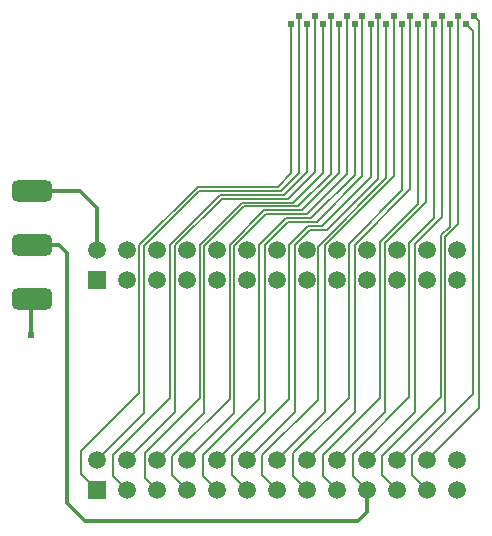
<source format=gtl>
G04*
G04 #@! TF.GenerationSoftware,Altium Limited,Altium Designer,18.0.12 (696)*
G04*
G04 Layer_Physical_Order=1*
G04 Layer_Color=255*
%FSLAX25Y25*%
%MOIN*%
G70*
G01*
G75*
G04:AMPARAMS|DCode=12|XSize=133.86mil|YSize=70.87mil|CornerRadius=17.72mil|HoleSize=0mil|Usage=FLASHONLY|Rotation=0.000|XOffset=0mil|YOffset=0mil|HoleType=Round|Shape=RoundedRectangle|*
%AMROUNDEDRECTD12*
21,1,0.13386,0.03543,0,0,0.0*
21,1,0.09843,0.07087,0,0,0.0*
1,1,0.03543,0.04921,-0.01772*
1,1,0.03543,-0.04921,-0.01772*
1,1,0.03543,-0.04921,0.01772*
1,1,0.03543,0.04921,0.01772*
%
%ADD12ROUNDEDRECTD12*%
%ADD17C,0.01200*%
%ADD18C,0.00600*%
%ADD19R,0.05906X0.05906*%
%ADD20C,0.05906*%
%ADD21C,0.02400*%
D12*
X158500Y291500D02*
D03*
Y309500D02*
D03*
Y273500D02*
D03*
D17*
Y291500D02*
X167500D01*
X170000Y289000D01*
Y205500D02*
Y289000D01*
Y205500D02*
X176000Y199500D01*
X267000D01*
X270000Y202500D01*
Y210000D01*
X158000Y272000D02*
X159500Y273500D01*
X158500D02*
X159500D01*
X158000Y261500D02*
Y272000D01*
X180000Y290000D02*
Y304000D01*
X174500Y309500D02*
X180000Y304000D01*
X158500Y309500D02*
X174500D01*
D18*
X264000Y292100D02*
X281800Y309900D01*
X264000Y240800D02*
Y292100D01*
X281800Y309900D02*
Y364900D01*
X279100Y314690D02*
Y367500D01*
X256000Y291590D02*
X279100Y314690D01*
X276500Y313929D02*
Y364800D01*
X253700Y291128D02*
X276500Y313929D01*
X273800Y313800D02*
Y367400D01*
X256553Y296553D02*
X273800Y313800D01*
X250963Y296553D02*
X256553D01*
X271200Y314200D02*
Y364700D01*
X254853Y297853D02*
X271200Y314200D01*
X250424Y297853D02*
X254853D01*
X268500Y314500D02*
Y367300D01*
X253200Y299200D02*
X268500Y314500D01*
X243610Y299200D02*
X253200D01*
X265900Y314900D02*
Y364600D01*
X251500Y300500D02*
X265900Y314900D01*
X243072Y300500D02*
X251500D01*
X263200Y315200D02*
Y367200D01*
X249900Y301900D02*
X263200Y315200D01*
X236310Y301900D02*
X249900D01*
X260600Y315600D02*
Y364500D01*
X248200Y303200D02*
X260600Y315600D01*
X235771Y303200D02*
X248200D01*
X257900Y315400D02*
Y367100D01*
X247000Y304500D02*
X257900Y315400D01*
X228910Y304500D02*
X247000D01*
X255300Y315800D02*
Y364400D01*
X245300Y305800D02*
X255300Y315800D01*
X228372Y305800D02*
X245300D01*
X252600Y316100D02*
Y367000D01*
X243600Y307100D02*
X252600Y316100D01*
X221510Y307100D02*
X243600D01*
X250000Y316000D02*
Y364300D01*
X242400Y308400D02*
X250000Y316000D01*
X220971Y308400D02*
X242400D01*
X225800Y291390D02*
X236310Y301900D01*
X224300Y291728D02*
X235771Y303200D01*
X215800Y291390D02*
X228910Y304500D01*
X214200Y291629D02*
X228372Y305800D01*
X206047Y291637D02*
X221510Y307100D01*
X204300Y291728D02*
X220971Y308400D01*
X241200Y309700D02*
X247300Y315800D01*
X214110Y309700D02*
X241200D01*
X195800Y291390D02*
X214110Y309700D01*
X240200Y311000D02*
X244700Y315500D01*
X213572Y311000D02*
X240200D01*
X194100Y291529D02*
X213572Y311000D01*
X194100Y242300D02*
Y291529D01*
X244700Y315500D02*
Y364200D01*
X247300Y315800D02*
Y366900D01*
X195800Y235800D02*
Y291390D01*
X204300Y240700D02*
Y291728D01*
X206047Y236047D02*
Y291637D01*
X214200Y240600D02*
Y291629D01*
X215800Y235800D02*
Y291390D01*
X224300Y240400D02*
Y291728D01*
X225800Y235800D02*
Y291390D01*
X234100Y291529D02*
X243072Y300500D01*
X234100Y240400D02*
Y291529D01*
X236000Y291590D02*
X243610Y299200D01*
X236000Y236000D02*
Y291590D01*
X244100Y291529D02*
X250424Y297853D01*
X244100Y240400D02*
Y291529D01*
X246000Y291590D02*
X250963Y296553D01*
X246000Y236000D02*
Y291590D01*
X253700Y240100D02*
Y291128D01*
X256000Y236000D02*
Y291590D01*
X284400Y310200D02*
Y367600D01*
X266000Y291800D02*
X284400Y310200D01*
X266000Y236000D02*
Y291800D01*
X287100Y305400D02*
Y365000D01*
X274500Y292800D02*
X287100Y305400D01*
X274500Y240800D02*
Y292800D01*
X292400Y300800D02*
Y365100D01*
X283953Y292353D02*
X292400Y300800D01*
X283953Y240853D02*
Y292353D01*
X295000Y301100D02*
Y367800D01*
X285900Y292000D02*
X295000Y301100D01*
X285900Y235900D02*
Y292000D01*
X174700Y215300D02*
X180000Y210000D01*
X174700Y215300D02*
Y222900D01*
X194100Y242300D01*
X180000Y220000D02*
X195800Y235800D01*
X185300Y214700D02*
X190000Y210000D01*
X185300Y214700D02*
Y221700D01*
X204300Y240700D01*
X190000Y220000D02*
X206047Y236047D01*
X195900Y214100D02*
X200000Y210000D01*
X195900Y214100D02*
Y222300D01*
X214200Y240600D01*
X200000Y220000D02*
X215800Y235800D01*
X205100Y214900D02*
X210000Y210000D01*
X205100Y214900D02*
Y221200D01*
X224300Y240400D01*
X210000Y220000D02*
X225800Y235800D01*
X215200Y214800D02*
X220000Y210000D01*
X215200Y214800D02*
Y221500D01*
X234100Y240400D01*
X220000Y220000D02*
X236000Y236000D01*
X225100Y214900D02*
X230000Y210000D01*
X225100Y214900D02*
Y221400D01*
X244100Y240400D01*
X230000Y220000D02*
X246000Y236000D01*
X235100Y214900D02*
X240000Y210000D01*
X235100Y214900D02*
Y221500D01*
X253700Y240100D01*
X240000Y220000D02*
X256000Y236000D01*
X245500Y222300D02*
X264000Y240800D01*
X245500Y214500D02*
X250000Y210000D01*
X245500Y214500D02*
Y222300D01*
X250000Y220000D02*
X266000Y236000D01*
X255400Y214600D02*
X260000Y210000D01*
X255400Y214600D02*
Y221700D01*
X274500Y240800D01*
X289700Y306000D02*
Y367700D01*
X276047Y292347D02*
X289700Y306000D01*
X276047Y236047D02*
Y292347D01*
X297700Y297800D02*
Y365200D01*
X294747Y294847D02*
X297700Y297800D01*
X294747Y240847D02*
Y294847D01*
X300300Y298562D02*
Y367900D01*
X296047Y294309D02*
X300300Y298562D01*
X296047Y236047D02*
Y294309D01*
X260000Y220000D02*
X276047Y236047D01*
X265200Y214800D02*
X270000Y210000D01*
X265200Y214800D02*
Y222100D01*
X283953Y240853D01*
X270000Y220000D02*
X285900Y235900D01*
X275100Y221200D02*
X294747Y240847D01*
X275100Y214900D02*
Y221200D01*
X280000Y220000D02*
X296047Y236047D01*
X305400Y242100D02*
Y362900D01*
X285100Y221800D02*
X305400Y242100D01*
X285100Y214900D02*
Y221800D01*
X275100Y214900D02*
X280000Y210000D01*
X285100Y214900D02*
X290000Y210000D01*
X303000Y365300D02*
X305400Y362900D01*
X305600Y368000D02*
X307400Y366200D01*
Y237400D02*
Y366200D01*
X290000Y220000D02*
X307400Y237400D01*
D19*
X180000Y280000D02*
D03*
Y210000D02*
D03*
D20*
Y290000D02*
D03*
X190000Y280000D02*
D03*
Y290000D02*
D03*
X200000Y280000D02*
D03*
Y290000D02*
D03*
X210000Y280000D02*
D03*
Y290000D02*
D03*
X220000Y280000D02*
D03*
Y290000D02*
D03*
X230000Y280000D02*
D03*
Y290000D02*
D03*
X240000Y280000D02*
D03*
Y290000D02*
D03*
X250000Y280000D02*
D03*
Y290000D02*
D03*
X260000Y280000D02*
D03*
Y290000D02*
D03*
X270000Y280000D02*
D03*
Y290000D02*
D03*
X280000Y280000D02*
D03*
Y290000D02*
D03*
X290000Y280000D02*
D03*
Y290000D02*
D03*
X300000Y280000D02*
D03*
Y290000D02*
D03*
X180000Y220000D02*
D03*
X190000Y210000D02*
D03*
Y220000D02*
D03*
X200000Y210000D02*
D03*
Y220000D02*
D03*
X210000Y210000D02*
D03*
Y220000D02*
D03*
X220000Y210000D02*
D03*
Y220000D02*
D03*
X230000Y210000D02*
D03*
Y220000D02*
D03*
X240000Y210000D02*
D03*
Y220000D02*
D03*
X250000Y210000D02*
D03*
Y220000D02*
D03*
X260000Y210000D02*
D03*
Y220000D02*
D03*
X270000Y210000D02*
D03*
Y220000D02*
D03*
X280000Y210000D02*
D03*
Y220000D02*
D03*
X290000Y210000D02*
D03*
Y220000D02*
D03*
X300000Y210000D02*
D03*
Y220000D02*
D03*
D21*
X158000Y261500D02*
D03*
X255300Y365300D02*
D03*
X260600D02*
D03*
X265900D02*
D03*
X271200D02*
D03*
X276500D02*
D03*
X257900Y368000D02*
D03*
X250000Y365300D02*
D03*
X247300Y368000D02*
D03*
X244700Y365300D02*
D03*
X300300Y368000D02*
D03*
X297700Y365300D02*
D03*
X305600Y368000D02*
D03*
X303000Y365300D02*
D03*
X295000Y368000D02*
D03*
X289700D02*
D03*
X292400Y365300D02*
D03*
X284400Y368000D02*
D03*
X287100Y365300D02*
D03*
X252600Y368000D02*
D03*
X263200D02*
D03*
X268500D02*
D03*
X281800Y365300D02*
D03*
X279100Y368000D02*
D03*
X273800D02*
D03*
M02*

</source>
